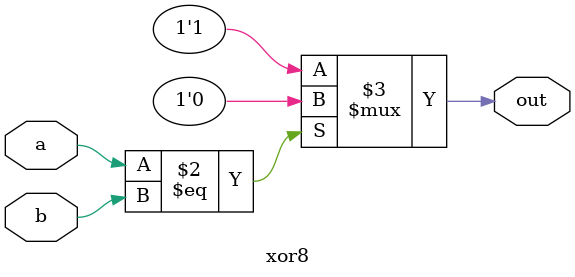
<source format=v>
module xor8 (
  input a,
  input b,
  output reg out
);

    always @(*) begin
        out = (a == b) ? 1'b0 : 1'b1; // Check if bits are equal
    end
    
endmodule
</source>
